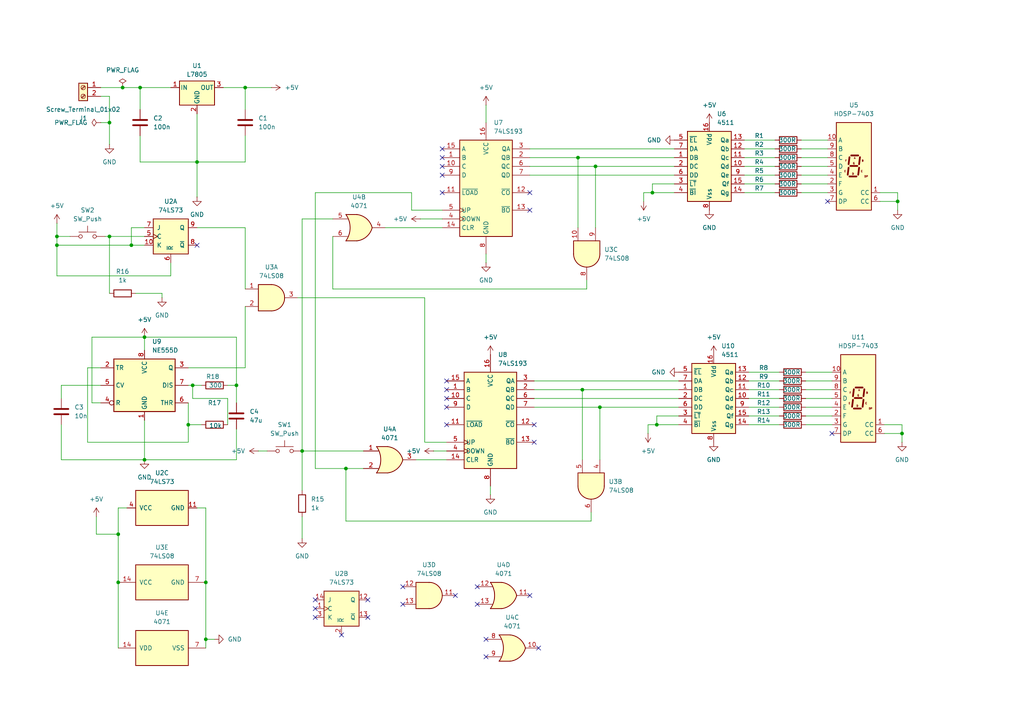
<source format=kicad_sch>
(kicad_sch (version 20231120) (generator "eeschema") (generator_version "8.0")
  (paper "A4")
  (title_block (title " CRONOMETRU DIGITAL"))
  (lib_symbols
    (symbol "4xxx:4071" (pin_names (offset 1.016))
      (property "Reference" "U" (at 0 1.27 0))
      (property "Value" "4071" (at 0 -1.27 0))
      (symbol "4071_1_1"
        (pin input line (at -7.62 2.54 0) (length 4.318) (name "~") (number "1"))
        (pin input line (at -7.62 -2.54 0) (length 4.318) (name "~") (number "2"))
        (pin output line (at 7.62 0 180) (length 3.81) (name "~") (number "3"))
      )
      (symbol "4071_1_2"
        (pin input inverted (at -7.62 2.54 0) (length 3.81) (name "~") (number "1"))
        (pin input inverted (at -7.62 -2.54 0) (length 3.81) (name "~") (number "2"))
        (pin output inverted (at 7.62 0 180) (length 3.81) (name "~") (number "3"))
      )
      (symbol "4071_2_1"
        (pin output line (at 7.62 0 180) (length 3.81) (name "~") (number "4"))
        (pin input line (at -7.62 2.54 0) (length 4.318) (name "~") (number "5"))
        (pin input line (at -7.62 -2.54 0) (length 4.318) (name "~") (number "6"))
      )
      (symbol "4071_2_2"
        (pin output inverted (at 7.62 0 180) (length 3.81) (name "~") (number "4"))
        (pin input inverted (at -7.62 2.54 0) (length 3.81) (name "~") (number "5"))
        (pin input inverted (at -7.62 -2.54 0) (length 3.81) (name "~") (number "6"))
      )
      (symbol "4071_3_1"
        (pin output line (at 7.62 0 180) (length 3.81) (name "~") (number "10"))
        (pin input line (at -7.62 2.54 0) (length 4.318) (name "~") (number "8"))
        (pin input line (at -7.62 -2.54 0) (length 4.318) (name "~") (number "9"))
      )
      (symbol "4071_3_2"
        (pin output inverted (at 7.62 0 180) (length 3.81) (name "~") (number "10"))
        (pin input inverted (at -7.62 2.54 0) (length 3.81) (name "~") (number "8"))
        (pin input inverted (at -7.62 -2.54 0) (length 3.81) (name "~") (number "9"))
      )
      (symbol "4071_4_1"
        (pin output line (at 7.62 0 180) (length 3.81) (name "~") (number "11"))
        (pin input line (at -7.62 2.54 0) (length 4.318) (name "~") (number "12"))
        (pin input line (at -7.62 -2.54 0) (length 4.318) (name "~") (number "13"))
      )
      (symbol "4071_4_2"
        (pin output inverted (at 7.62 0 180) (length 3.81) (name "~") (number "11"))
        (pin input inverted (at -7.62 2.54 0) (length 3.81) (name "~") (number "12"))
        (pin input inverted (at -7.62 -2.54 0) (length 3.81) (name "~") (number "13"))
      )
      (symbol "4071_5_0"
        (pin power_in line (at 0 12.7 270) (length 5.08) (name "VDD") (number "14"))
        (pin power_in line (at 0 -12.7 90) (length 5.08) (name "VSS") (number "7"))
      )
    )
    (symbol "4xxx_IEEE:4511"
      (property "Reference" "U" (at 8.89 11.43 0))
      (property "Value" "4511" (at 8.89 -11.43 0))
      (symbol "4511_1_1"
        (pin input line (at -10.16 2.54 0) (length 3.81) (name "DB") (number "1"))
        (pin output line (at 10.16 0 180) (length 3.81) (name "Qd") (number "10"))
        (pin output line (at 10.16 2.54 180) (length 3.81) (name "Qc") (number "11"))
        (pin output line (at 10.16 5.08 180) (length 3.81) (name "Qb") (number "12"))
        (pin output line (at 10.16 7.62 180) (length 3.81) (name "Qa") (number "13"))
        (pin output line (at 10.16 -7.62 180) (length 3.81) (name "Qg") (number "14"))
        (pin output line (at 10.16 -5.08 180) (length 3.81) (name "Qf") (number "15"))
        (pin power_in line (at 0 12.7 270) (length 2.54) (name "Vdd") (number "16"))
        (pin input line (at -10.16 0 0) (length 3.81) (name "DC") (number "2"))
        (pin input line (at -10.16 -5.08 0) (length 3.81) (name "~{LT}") (number "3"))
        (pin input line (at -10.16 -7.62 0) (length 3.81) (name "~{BI}") (number "4"))
        (pin input line (at -10.16 7.62 0) (length 3.81) (name "~{EL}") (number "5"))
        (pin input line (at -10.16 -2.54 0) (length 3.81) (name "DD") (number "6"))
        (pin input line (at -10.16 5.08 0) (length 3.81) (name "DA") (number "7"))
        (pin power_in line (at 0 -12.7 90) (length 2.54) (name "Vss") (number "8"))
        (pin output line (at 10.16 -2.54 180) (length 3.81) (name "Qe") (number "9"))
      )
    )
    (symbol "74xx:74LS08" (pin_names (offset 1.016))
      (property "Reference" "U" (at 0 1.27 0))
      (property "Value" "74LS08" (at 0 -1.27 0))
      (symbol "74LS08_1_1"
        (pin input line (at -7.62 2.54 0) (length 3.81) (name "~") (number "1"))
        (pin input line (at -7.62 -2.54 0) (length 3.81) (name "~") (number "2"))
        (pin output line (at 7.62 0 180) (length 3.81) (name "~") (number "3"))
      )
      (symbol "74LS08_1_2"
        (pin input inverted (at -7.62 2.54 0) (length 4.318) (name "~") (number "1"))
        (pin input inverted (at -7.62 -2.54 0) (length 4.318) (name "~") (number "2"))
        (pin output inverted (at 7.62 0 180) (length 3.81) (name "~") (number "3"))
      )
      (symbol "74LS08_2_1"
        (pin input line (at -7.62 2.54 0) (length 3.81) (name "~") (number "4"))
        (pin input line (at -7.62 -2.54 0) (length 3.81) (name "~") (number "5"))
        (pin output line (at 7.62 0 180) (length 3.81) (name "~") (number "6"))
      )
      (symbol "74LS08_2_2"
        (pin input inverted (at -7.62 2.54 0) (length 4.318) (name "~") (number "4"))
        (pin input inverted (at -7.62 -2.54 0) (length 4.318) (name "~") (number "5"))
        (pin output inverted (at 7.62 0 180) (length 3.81) (name "~") (number "6"))
      )
      (symbol "74LS08_3_1"
        (pin input line (at -7.62 -2.54 0) (length 3.81) (name "~") (number "10"))
        (pin output line (at 7.62 0 180) (length 3.81) (name "~") (number "8"))
        (pin input line (at -7.62 2.54 0) (length 3.81) (name "~") (number "9"))
      )
      (symbol "74LS08_3_2"
        (pin input inverted (at -7.62 -2.54 0) (length 4.318) (name "~") (number "10"))
        (pin output inverted (at 7.62 0 180) (length 3.81) (name "~") (number "8"))
        (pin input inverted (at -7.62 2.54 0) (length 4.318) (name "~") (number "9"))
      )
      (symbol "74LS08_4_1"
        (pin output line (at 7.62 0 180) (length 3.81) (name "~") (number "11"))
        (pin input line (at -7.62 2.54 0) (length 3.81) (name "~") (number "12"))
        (pin input line (at -7.62 -2.54 0) (length 3.81) (name "~") (number "13"))
      )
      (symbol "74LS08_4_2"
        (pin output inverted (at 7.62 0 180) (length 3.81) (name "~") (number "11"))
        (pin input inverted (at -7.62 2.54 0) (length 4.318) (name "~") (number "12"))
        (pin input inverted (at -7.62 -2.54 0) (length 4.318) (name "~") (number "13"))
      )
      (symbol "74LS08_5_0"
        (pin power_in line (at 0 12.7 270) (length 5.08) (name "VCC") (number "14"))
        (pin power_in line (at 0 -12.7 90) (length 5.08) (name "GND") (number "7"))
      )
    )
    (symbol "74xx:74LS193"
      (property "Reference" "U" (at -7.62 13.97 0))
      (property "Value" "74LS193" (at 5.08 13.97 0))
      (symbol "74LS193_1_0"
        (pin input line (at -12.7 7.62 0) (length 5.08) (name "B") (number "1"))
        (pin input line (at -12.7 5.08 0) (length 5.08) (name "C") (number "10"))
        (pin input line (at -12.7 -2.54 0) (length 5.08) (name "~{LOAD}") (number "11"))
        (pin output line (at 12.7 -2.54 180) (length 5.08) (name "~{CO}") (number "12"))
        (pin output line (at 12.7 -7.62 180) (length 5.08) (name "~{BO}") (number "13"))
        (pin input line (at -12.7 -12.7 0) (length 5.08) (name "CLR") (number "14"))
        (pin input line (at -12.7 10.16 0) (length 5.08) (name "A") (number "15"))
        (pin power_in line (at 0 17.78 270) (length 5.08) (name "VCC") (number "16"))
        (pin output line (at 12.7 7.62 180) (length 5.08) (name "QB") (number "2"))
        (pin output line (at 12.7 10.16 180) (length 5.08) (name "QA") (number "3"))
        (pin input clock (at -12.7 -10.16 0) (length 5.08) (name "DOWN") (number "4"))
        (pin input clock (at -12.7 -7.62 0) (length 5.08) (name "UP") (number "5"))
        (pin output line (at 12.7 5.08 180) (length 5.08) (name "QC") (number "6"))
        (pin output line (at 12.7 2.54 180) (length 5.08) (name "QD") (number "7"))
        (pin power_in line (at 0 -20.32 90) (length 5.08) (name "GND") (number "8"))
        (pin input line (at -12.7 2.54 0) (length 5.08) (name "D") (number "9"))
      )
    )
    (symbol "74xx:74LS73" (pin_names (offset 1.016))
      (property "Reference" "U" (at -7.62 8.89 0))
      (property "Value" "74LS73" (at -7.62 -8.89 0))
      (symbol "74LS73_1_0"
        (pin input line (at -7.62 -2.54 0) (length 2.54) (name "K") (number "10"))
        (pin input clock (at -7.62 0 0) (length 2.54) (name "C") (number "5"))
        (pin input line (at 0 -7.62 90) (length 2.54) (name "~{R}") (number "6"))
        (pin input line (at -7.62 2.54 0) (length 2.54) (name "J") (number "7"))
        (pin output line (at 7.62 -2.54 180) (length 2.54) (name "~{Q}") (number "8"))
        (pin output line (at 7.62 2.54 180) (length 2.54) (name "Q") (number "9"))
      )
      (symbol "74LS73_2_0"
        (pin input clock (at -7.62 0 0) (length 2.54) (name "C") (number "1"))
        (pin output line (at 7.62 2.54 180) (length 2.54) (name "Q") (number "12"))
        (pin output line (at 7.62 -2.54 180) (length 2.54) (name "~{Q}") (number "13"))
        (pin input line (at -7.62 2.54 0) (length 2.54) (name "J") (number "14"))
        (pin input line (at 0 -7.62 90) (length 2.54) (name "~{R}") (number "2"))
        (pin input line (at -7.62 -2.54 0) (length 2.54) (name "K") (number "3"))
      )
      (symbol "74LS73_3_0"
        (pin power_in line (at 0 -10.16 90) (length 2.54) (name "GND") (number "11"))
        (pin power_in line (at 0 10.16 270) (length 2.54) (name "VCC") (number "4"))
      )
    )
    (symbol "Connector:Screw_Terminal_01x02" (pin_names (offset 1.016) hide)
      (property "Reference" "J" (at 0 2.54 0))
      (property "Value" "Screw_Terminal_01x02" (at 0 -5.08 0))
      (symbol "Screw_Terminal_01x02_1_1"
        (pin passive line (at -5.08 0 0) (length 3.81) (name "Pin_1") (number "1"))
        (pin passive line (at -5.08 -2.54 0) (length 3.81) (name "Pin_2") (number "2"))
      )
    )
    (symbol "Device:C" (pin_numbers hide) (pin_names (offset 0.254))
      (property "Reference" "C" (at 0.635 2.54 0))
      (property "Value" "C" (at 0.635 -2.54 0))
      (symbol "C_1_1"
        (pin passive line (at 0 3.81 270) (length 2.794) (name "~") (number "1"))
        (pin passive line (at 0 -3.81 90) (length 2.794) (name "~") (number "2"))
      )
    )
    (symbol "Device:R" (pin_numbers hide) (pin_names (offset 0))
      (property "Reference" "R" (at 2.032 0 90))
      (property "Value" "R" (at 0 0 90))
      (symbol "R_1_1"
        (pin passive line (at 0 3.81 270) (length 1.27) (name "~") (number "1"))
        (pin passive line (at 0 -3.81 90) (length 1.27) (name "~") (number "2"))
      )
    )
    (symbol "Display_Character:HDSP-7403"
      (property "Reference" "U" (at -3.81 13.97 0))
      (property "Value" "HDSP-7403" (at 6.35 13.97 0))
      (symbol "HDSP-7403_1_0"
        (text "A" (at 0.254 2.413 0) (effects (font (size 0.508 0.508))))
        (text "B" (at 2.54 1.651 0) (effects (font (size 0.508 0.508))))
        (text "C" (at 2.286 -1.397 0) (effects (font (size 0.508 0.508))))
        (text "D" (at -0.254 -2.159 0) (effects (font (size 0.508 0.508))))
        (text "DP" (at 3.556 -2.921 0) (effects (font (size 0.508 0.508))))
        (text "E" (at -2.54 -1.397 0) (effects (font (size 0.508 0.508))))
        (text "F" (at -2.286 1.651 0) (effects (font (size 0.508 0.508))))
        (text "G" (at 0 0.889 0) (effects (font (size 0.508 0.508))))
      )
      (symbol "HDSP-7403_1_1"
        (pin input line (at 7.62 -7.62 180) (length 2.54) (name "CC") (number "1"))
        (pin input line (at -7.62 7.62 0) (length 2.54) (name "A") (number "10"))
        (pin input line (at -7.62 -5.08 0) (length 2.54) (name "F") (number "2"))
        (pin input line (at -7.62 -7.62 0) (length 2.54) (name "G") (number "3"))
        (pin input line (at -7.62 -2.54 0) (length 2.54) (name "E") (number "4"))
        (pin input line (at -7.62 0 0) (length 2.54) (name "D") (number "5"))
        (pin input line (at 7.62 -10.16 180) (length 2.54) (name "CC") (number "6"))
        (pin input line (at -7.62 -10.16 0) (length 2.54) (name "DP") (number "7"))
        (pin input line (at -7.62 2.54 0) (length 2.54) (name "C") (number "8"))
        (pin input line (at -7.62 5.08 0) (length 2.54) (name "B") (number "9"))
      )
    )
    (symbol "Regulator_Linear:L7805" (pin_names (offset 0.254))
      (property "Reference" "U" (at -3.81 3.175 0))
      (property "Value" "L7805" (at 0 3.175 0))
      (symbol "L7805_1_1"
        (pin power_in line (at -7.62 0 0) (length 2.54) (name "IN") (number "1"))
        (pin power_in line (at 0 -7.62 90) (length 2.54) (name "GND") (number "2"))
        (pin power_out line (at 7.62 0 180) (length 2.54) (name "OUT") (number "3"))
      )
    )
    (symbol "Switch:SW_Push" (pin_numbers hide) (pin_names (offset 1.016) hide)
      (property "Reference" "SW" (at 1.27 2.54 0))
      (property "Value" "SW_Push" (at 0 -1.524 0))
      (symbol "SW_Push_0_1"
        (pin passive line (at -5.08 0 0) (length 2.54) (name "1") (number "1"))
        (pin passive line (at 5.08 0 180) (length 2.54) (name "2") (number "2"))
      )
    )
    (symbol "Timer:NE555D"
      (property "Reference" "U" (at -10.16 8.89 0))
      (property "Value" "NE555D" (at 2.54 8.89 0))
      (symbol "NE555D_0_0"
        (pin power_in line (at 0 -10.16 90) (length 2.54) (name "GND") (number "1"))
        (pin power_in line (at 0 10.16 270) (length 2.54) (name "VCC") (number "8"))
      )
      (symbol "NE555D_1_1"
        (pin input line (at -12.7 5.08 0) (length 3.81) (name "TR") (number "2"))
        (pin output line (at 12.7 5.08 180) (length 3.81) (name "Q") (number "3"))
        (pin input inverted (at -12.7 -5.08 0) (length 3.81) (name "R") (number "4"))
        (pin input line (at -12.7 0 0) (length 3.81) (name "CV") (number "5"))
        (pin input line (at 12.7 -5.08 180) (length 3.81) (name "THR") (number "6"))
        (pin input line (at 12.7 0 180) (length 3.81) (name "DIS") (number "7"))
      )
    )
    (symbol "power:+5V" (power) (pin_numbers hide) (pin_names (offset 0) hide)
      (property "Value" "+5V" (at 0 3.556 0))
      (symbol "+5V_1_1"
        (pin power_in line (at 0 0 90) (length 0) (name "~") (number "1"))
      )
    )
    (symbol "power:GND" (power) (pin_numbers hide) (pin_names (offset 0) hide)
      (property "Value" "GND" (at 0 -3.81 0))
      (symbol "GND_1_1"
        (pin power_in line (at 0 0 270) (length 0) (name "~") (number "1"))
      )
    )
    (symbol "power:PWR_FLAG" (power) (pin_numbers hide) (pin_names (offset 0) hide)
      (property "Value" "PWR_FLAG" (at 0 3.81 0))
      (symbol "PWR_FLAG_0_0"
        (pin power_out line (at 0 0 90) (length 0) (name "~") (number "1"))
      )
    )
  )
  (junction (at 68.58 111.76))
  (junction (at 40.64 25.4))
  (junction (at 55.88 111.76))
  (junction (at 54.61 123.19))
  (junction (at 16.51 71.12))
  (junction (at 34.29 154.94))
  (junction (at 261.62 125.73))
  (junction (at 35.56 25.4))
  (junction (at 260.35 58.42))
  (junction (at 189.23 55.88))
  (junction (at 172.72 48.26))
  (junction (at 57.15 46.99))
  (junction (at 16.51 68.58))
  (junction (at 173.99 118.11))
  (junction (at 71.12 25.4))
  (junction (at 168.91 113.03))
  (junction (at 38.1 71.12))
  (junction (at 41.91 97.79))
  (junction (at 190.5 123.19))
  (junction (at 87.63 130.81))
  (junction (at 167.64 45.72))
  (junction (at 59.69 185.42))
  (junction (at 59.69 168.91))
  (junction (at 100.33 135.89))
  (junction (at 34.29 168.91))
  (junction (at 31.75 35.56))
  (junction (at 41.91 133.35))
  (junction (at 31.75 68.58))
  (no_connect (at 91.44 179.07))
  (no_connect (at 154.94 123.19))
  (no_connect (at 241.3 125.73))
  (no_connect (at 129.54 118.11))
  (no_connect (at 106.68 179.07))
  (no_connect (at 138.43 175.26))
  (no_connect (at 128.27 55.88))
  (no_connect (at 156.21 187.96))
  (no_connect (at 129.54 110.49))
  (no_connect (at 99.06 184.15))
  (no_connect (at 116.84 175.26))
  (no_connect (at 106.68 173.99))
  (no_connect (at 128.27 50.8))
  (no_connect (at 140.97 185.42))
  (no_connect (at 138.43 170.18))
  (no_connect (at 57.15 71.12))
  (no_connect (at 129.54 113.03))
  (no_connect (at 129.54 115.57))
  (no_connect (at 153.67 60.96))
  (no_connect (at 128.27 43.18))
  (no_connect (at 240.03 58.42))
  (no_connect (at 153.67 55.88))
  (no_connect (at 153.67 172.72))
  (no_connect (at 128.27 45.72))
  (no_connect (at 154.94 128.27))
  (no_connect (at 129.54 123.19))
  (no_connect (at 91.44 173.99))
  (no_connect (at 132.08 172.72))
  (no_connect (at 91.44 176.53))
  (no_connect (at 128.27 48.26))
  (no_connect (at 116.84 170.18))
  (no_connect (at 140.97 190.5))
  (wire (pts (xy 190.5 123.19) (xy 187.96 123.19)))
  (wire (pts (xy 215.9 45.72) (xy 224.79 45.72)))
  (wire (pts (xy 105.41 135.89) (xy 100.33 135.89)))
  (wire (pts (xy 233.68 110.49) (xy 241.3 110.49)))
  (wire (pts (xy 123.19 128.27) (xy 129.54 128.27)))
  (wire (pts (xy 49.53 80.01) (xy 49.53 76.2)))
  (wire (pts (xy 41.91 133.35) (xy 68.58 133.35)))
  (wire (pts (xy 16.51 68.58) (xy 20.32 68.58)))
  (wire (pts (xy 91.44 135.89) (xy 91.44 55.88)))
  (wire (pts (xy 64.77 25.4) (xy 71.12 25.4)))
  (wire (pts (xy 153.67 48.26) (xy 172.72 48.26)))
  (wire (pts (xy 31.75 35.56) (xy 31.75 41.91)))
  (wire (pts (xy 91.44 55.88) (xy 119.38 55.88)))
  (wire (pts (xy 153.67 50.8) (xy 195.58 50.8)))
  (wire (pts (xy 170.18 83.82) (xy 170.18 81.28)))
  (wire (pts (xy 96.52 68.58) (xy 96.52 83.82)))
  (wire (pts (xy 140.97 35.56) (xy 140.97 30.48)))
  (wire (pts (xy 233.68 120.65) (xy 241.3 120.65)))
  (wire (pts (xy 190.5 123.19) (xy 190.5 120.65)))
  (wire (pts (xy 120.65 133.35) (xy 129.54 133.35)))
  (wire (pts (xy 35.56 25.4) (xy 40.64 25.4)))
  (wire (pts (xy 173.99 118.11) (xy 196.85 118.11)))
  (wire (pts (xy 168.91 113.03) (xy 168.91 133.35)))
  (wire (pts (xy 215.9 50.8) (xy 224.79 50.8)))
  (wire (pts (xy 40.64 46.99) (xy 40.64 39.37)))
  (wire (pts (xy 87.63 63.5) (xy 96.52 63.5)))
  (wire (pts (xy 125.73 130.81) (xy 129.54 130.81)))
  (wire (pts (xy 189.23 55.88) (xy 186.69 55.88)))
  (wire (pts (xy 154.94 110.49) (xy 196.85 110.49)))
  (wire (pts (xy 57.15 147.32) (xy 59.69 147.32)))
  (wire (pts (xy 59.69 185.42) (xy 62.23 185.42)))
  (wire (pts (xy 232.41 53.34) (xy 240.03 53.34)))
  (wire (pts (xy 40.64 46.99) (xy 57.15 46.99)))
  (wire (pts (xy 25.4 106.68) (xy 29.21 106.68)))
  (wire (pts (xy 87.63 130.81) (xy 105.41 130.81)))
  (wire (pts (xy 29.21 35.56) (xy 31.75 35.56)))
  (wire (pts (xy 34.29 147.32) (xy 36.83 147.32)))
  (wire (pts (xy 167.64 45.72) (xy 195.58 45.72)))
  (wire (pts (xy 173.99 118.11) (xy 173.99 133.35)))
  (wire (pts (xy 153.67 45.72) (xy 167.64 45.72)))
  (wire (pts (xy 71.12 106.68) (xy 71.12 88.9)))
  (wire (pts (xy 140.97 73.66) (xy 140.97 76.2)))
  (wire (pts (xy 17.78 123.19) (xy 17.78 133.35)))
  (wire (pts (xy 57.15 46.99) (xy 71.12 46.99)))
  (wire (pts (xy 71.12 25.4) (xy 78.74 25.4)))
  (wire (pts (xy 55.88 111.76) (xy 58.42 111.76)))
  (wire (pts (xy 54.61 111.76) (xy 55.88 111.76)))
  (wire (pts (xy 154.94 115.57) (xy 196.85 115.57)))
  (wire (pts (xy 16.51 71.12) (xy 38.1 71.12)))
  (wire (pts (xy 215.9 48.26) (xy 224.79 48.26)))
  (wire (pts (xy 40.64 25.4) (xy 49.53 25.4)))
  (wire (pts (xy 57.15 46.99) (xy 57.15 57.15)))
  (wire (pts (xy 260.35 58.42) (xy 260.35 60.96)))
  (wire (pts (xy 17.78 111.76) (xy 29.21 111.76)))
  (wire (pts (xy 217.17 113.03) (xy 226.06 113.03)))
  (wire (pts (xy 87.63 130.81) (xy 87.63 142.24)))
  (wire (pts (xy 217.17 115.57) (xy 226.06 115.57)))
  (wire (pts (xy 167.64 45.72) (xy 167.64 66.04)))
  (wire (pts (xy 172.72 48.26) (xy 172.72 66.04)))
  (wire (pts (xy 16.51 64.77) (xy 16.51 68.58)))
  (wire (pts (xy 40.64 31.75) (xy 40.64 25.4)))
  (wire (pts (xy 27.94 154.94) (xy 34.29 154.94)))
  (wire (pts (xy 54.61 106.68) (xy 71.12 106.68)))
  (wire (pts (xy 171.45 151.13) (xy 171.45 148.59)))
  (wire (pts (xy 232.41 40.64) (xy 240.03 40.64)))
  (wire (pts (xy 261.62 125.73) (xy 261.62 128.27)))
  (wire (pts (xy 34.29 154.94) (xy 34.29 147.32)))
  (wire (pts (xy 66.04 115.57) (xy 55.88 115.57)))
  (wire (pts (xy 261.62 123.19) (xy 261.62 125.73)))
  (wire (pts (xy 119.38 60.96) (xy 128.27 60.96)))
  (wire (pts (xy 16.51 68.58) (xy 16.51 71.12)))
  (wire (pts (xy 16.51 80.01) (xy 49.53 80.01)))
  (wire (pts (xy 57.15 66.04) (xy 71.12 66.04)))
  (wire (pts (xy 71.12 25.4) (xy 71.12 31.75)))
  (wire (pts (xy 232.41 55.88) (xy 240.03 55.88)))
  (wire (pts (xy 39.37 85.09) (xy 46.99 85.09)))
  (wire (pts (xy 74.93 130.81) (xy 77.47 130.81)))
  (wire (pts (xy 232.41 48.26) (xy 240.03 48.26)))
  (wire (pts (xy 59.69 147.32) (xy 59.69 168.91)))
  (wire (pts (xy 232.41 43.18) (xy 240.03 43.18)))
  (wire (pts (xy 29.21 116.84) (xy 26.67 116.84)))
  (wire (pts (xy 59.69 168.91) (xy 59.69 185.42)))
  (wire (pts (xy 66.04 123.19) (xy 66.04 115.57)))
  (wire (pts (xy 233.68 115.57) (xy 241.3 115.57)))
  (wire (pts (xy 31.75 68.58) (xy 41.91 68.58)))
  (wire (pts (xy 16.51 71.12) (xy 16.51 80.01)))
  (wire (pts (xy 255.27 55.88) (xy 260.35 55.88)))
  (wire (pts (xy 55.88 115.57) (xy 55.88 111.76)))
  (wire (pts (xy 189.23 55.88) (xy 189.23 53.34)))
  (wire (pts (xy 54.61 128.27) (xy 25.4 128.27)))
  (wire (pts (xy 57.15 33.02) (xy 57.15 46.99)))
  (wire (pts (xy 233.68 118.11) (xy 241.3 118.11)))
  (wire (pts (xy 38.1 71.12) (xy 41.91 71.12)))
  (wire (pts (xy 17.78 111.76) (xy 17.78 115.57)))
  (wire (pts (xy 86.36 86.36) (xy 123.19 86.36)))
  (wire (pts (xy 171.45 151.13) (xy 100.33 151.13)))
  (wire (pts (xy 260.35 55.88) (xy 260.35 58.42)))
  (wire (pts (xy 195.58 55.88) (xy 189.23 55.88)))
  (wire (pts (xy 27.94 149.86) (xy 27.94 154.94)))
  (wire (pts (xy 96.52 83.82) (xy 170.18 83.82)))
  (wire (pts (xy 123.19 86.36) (xy 123.19 128.27)))
  (wire (pts (xy 187.96 123.19) (xy 187.96 125.73)))
  (wire (pts (xy 68.58 97.79) (xy 41.91 97.79)))
  (wire (pts (xy 87.63 63.5) (xy 87.63 130.81)))
  (wire (pts (xy 46.99 85.09) (xy 46.99 86.36)))
  (wire (pts (xy 233.68 107.95) (xy 241.3 107.95)))
  (wire (pts (xy 31.75 35.56) (xy 31.75 27.94)))
  (wire (pts (xy 54.61 123.19) (xy 54.61 128.27)))
  (wire (pts (xy 215.9 53.34) (xy 224.79 53.34)))
  (wire (pts (xy 34.29 168.91) (xy 34.29 187.96)))
  (wire (pts (xy 217.17 120.65) (xy 226.06 120.65)))
  (wire (pts (xy 41.91 97.79) (xy 41.91 101.6)))
  (wire (pts (xy 31.75 68.58) (xy 31.75 85.09)))
  (wire (pts (xy 59.69 185.42) (xy 59.69 187.96)))
  (wire (pts (xy 256.54 125.73) (xy 261.62 125.73)))
  (wire (pts (xy 217.17 118.11) (xy 226.06 118.11)))
  (wire (pts (xy 189.23 53.34) (xy 195.58 53.34)))
  (wire (pts (xy 217.17 107.95) (xy 226.06 107.95)))
  (wire (pts (xy 38.1 66.04) (xy 41.91 66.04)))
  (wire (pts (xy 68.58 133.35) (xy 68.58 124.46)))
  (wire (pts (xy 217.17 110.49) (xy 226.06 110.49)))
  (wire (pts (xy 233.68 113.03) (xy 241.3 113.03)))
  (wire (pts (xy 233.68 123.19) (xy 241.3 123.19)))
  (wire (pts (xy 119.38 55.88) (xy 119.38 60.96)))
  (wire (pts (xy 154.94 113.03) (xy 168.91 113.03)))
  (wire (pts (xy 17.78 133.35) (xy 41.91 133.35)))
  (wire (pts (xy 215.9 43.18) (xy 224.79 43.18)))
  (wire (pts (xy 26.67 97.79) (xy 41.91 97.79)))
  (wire (pts (xy 168.91 113.03) (xy 196.85 113.03)))
  (wire (pts (xy 29.21 25.4) (xy 35.56 25.4)))
  (wire (pts (xy 26.67 116.84) (xy 26.67 97.79)))
  (wire (pts (xy 71.12 46.99) (xy 71.12 39.37)))
  (wire (pts (xy 41.91 121.92) (xy 41.91 133.35)))
  (wire (pts (xy 100.33 151.13) (xy 100.33 135.89)))
  (wire (pts (xy 30.48 68.58) (xy 31.75 68.58)))
  (wire (pts (xy 111.76 66.04) (xy 128.27 66.04)))
  (wire (pts (xy 153.67 43.18) (xy 195.58 43.18)))
  (wire (pts (xy 68.58 111.76) (xy 68.58 97.79)))
  (wire (pts (xy 217.17 123.19) (xy 226.06 123.19)))
  (wire (pts (xy 68.58 116.84) (xy 68.58 111.76)))
  (wire (pts (xy 215.9 40.64) (xy 224.79 40.64)))
  (wire (pts (xy 25.4 128.27) (xy 25.4 106.68)))
  (wire (pts (xy 255.27 58.42) (xy 260.35 58.42)))
  (wire (pts (xy 31.75 27.94) (xy 29.21 27.94)))
  (wire (pts (xy 142.24 140.97) (xy 142.24 143.51)))
  (wire (pts (xy 100.33 135.89) (xy 91.44 135.89)))
  (wire (pts (xy 38.1 71.12) (xy 38.1 66.04)))
  (wire (pts (xy 121.92 63.5) (xy 128.27 63.5)))
  (wire (pts (xy 190.5 120.65) (xy 196.85 120.65)))
  (wire (pts (xy 34.29 168.91) (xy 34.29 154.94)))
  (wire (pts (xy 196.85 123.19) (xy 190.5 123.19)))
  (wire (pts (xy 186.69 55.88) (xy 186.69 58.42)))
  (wire (pts (xy 87.63 156.21) (xy 87.63 149.86)))
  (wire (pts (xy 232.41 50.8) (xy 240.03 50.8)))
  (wire (pts (xy 256.54 123.19) (xy 261.62 123.19)))
  (wire (pts (xy 154.94 118.11) (xy 173.99 118.11)))
  (wire (pts (xy 215.9 55.88) (xy 224.79 55.88)))
  (wire (pts (xy 172.72 48.26) (xy 195.58 48.26)))
  (wire (pts (xy 66.04 111.76) (xy 68.58 111.76)))
  (wire (pts (xy 71.12 66.04) (xy 71.12 83.82)))
  (wire (pts (xy 54.61 123.19) (xy 58.42 123.19)))
  (wire (pts (xy 54.61 116.84) (xy 54.61 123.19)))
  (wire (pts (xy 232.41 45.72) (xy 240.03 45.72)))
  (symbol (lib_id "power:GND") (at 31.75 41.91 0) (unit 1)
    (property "Reference" "#PWR01" (effects (hide yes)))
    (property "Value" "GND" (at 31.75 46.99 0))
    (property "Description" "Power symbol creates a global label with name \"GND\" , ground" (effects (hide yes)))
  )
  (symbol (lib_id "Display_Character:HDSP-7403") (at 247.65 48.26 0) (unit 1)
    (property "Reference" "U5" (at 247.65 30.48 0))
    (property "Value" "HDSP-7403" (at 247.65 33.02 0))
    (property "Footprint" "Display_7Segment:HDSP-7401" (effects (hide yes)))
    (property "Datasheet" "https://docs.broadcom.com/docs/AV02-2553EN" (effects (hide yes)))
    (property "Description" "One digit 7 segment yellow, common cathode" (effects (hide yes)))
  )
  (symbol (lib_id "power:+5V") (at 187.96 125.73 180) (unit 1)
    (property "Reference" "#PWR014" (effects (hide yes)))
    (property "Value" "+5V" (at 187.96 130.81 0))
    (property "Description" "Power symbol creates a global label with name \"+5V\"" (effects (hide yes)))
  )
  (symbol (lib_id "74xx:74LS73") (at 46.99 147.32 90) (unit 3)
    (property "Reference" "U2" (at 46.99 137.16 90))
    (property "Value" "74LS73" (at 46.99 139.7 90))
    (property "Footprint" "Package_DIP:DIP-14_W7.62mm" (effects (hide yes)))
    (property "Datasheet" "http://www.ti.com/lit/gpn/sn74LS73" (effects (hide yes)))
    (property "Description" "Dual JK Flip-Flop, reset" (effects (hide yes)))
  )
  (symbol (lib_id "74xx:74LS08") (at 46.99 168.91 90) (unit 5)
    (property "Reference" "U3" (at 46.99 158.75 90))
    (property "Value" "74LS08" (at 46.99 161.29 90))
    (property "Footprint" "Package_DIP:DIP-14_W7.62mm" (effects (hide yes)))
    (property "Datasheet" "http://www.ti.com/lit/gpn/sn74LS08" (effects (hide yes)))
    (property "Description" "Quad And2" (effects (hide yes)))
  )
  (symbol (lib_id "Device:C") (at 71.12 35.56 0) (unit 1)
    (property "Reference" "C1" (at 74.93 34.2899 0) (effects (justify left)))
    (property "Value" "100n" (at 74.93 36.8299 0) (effects (justify left)))
    (property "Footprint" "Capacitor_THT:C_Disc_D3.0mm_W2.0mm_P2.50mm" (effects (hide yes)))
    (property "Description" "Unpolarized capacitor" (effects (hide yes)))
  )
  (symbol (lib_id "power:GND") (at 207.01 128.27 0) (unit 1)
    (property "Reference" "#PWR016" (effects (hide yes)))
    (property "Value" "GND" (at 207.01 133.35 0))
    (property "Description" "Power symbol creates a global label with name \"GND\" , ground" (effects (hide yes)))
  )
  (symbol (lib_id "Device:C") (at 68.58 120.65 180) (unit 1)
    (property "Reference" "C4" (at 72.39 119.3799 0) (effects (justify right)))
    (property "Value" "47u" (at 72.39 121.9199 0) (effects (justify right)))
    (property "Footprint" "Capacitor_THT:C_Radial_D5.0mm_H11.0mm_P2.00mm" (effects (hide yes)))
    (property "Description" "Unpolarized capacitor" (effects (hide yes)))
  )
  (symbol (lib_id "Timer:NE555D") (at 41.91 111.76 0) (unit 1)
    (property "Reference" "U9" (at 44.1041 99.06 0) (effects (justify left)))
    (property "Value" "NE555D" (at 44.1041 101.6 0) (effects (justify left)))
    (property "Footprint" "Package_DIP:DIP-8_W7.62mm" (effects (hide yes)))
    (property "Datasheet" "http://www.ti.com/lit/ds/symlink/ne555.pdf" (effects (hide yes)))
    (property "Description" "Precision Timers, 555 compatible, SOIC-8" (effects (hide yes)))
  )
  (symbol (lib_id "4xxx:4071") (at 104.14 66.04 0) (unit 2)
    (property "Reference" "U4" (at 104.14 57.15 0))
    (property "Value" "4071" (at 104.14 59.69 0))
    (property "Footprint" "Package_DIP:DIP-14_W7.62mm" (effects (hide yes)))
    (property "Datasheet" "http://www.intersil.com/content/dam/Intersil/documents/cd40/cd4071bms-72bms-75bms.pdf" (effects (hide yes)))
    (property "Description" "Quad Or 2 inputs" (effects (hide yes)))
  )
  (symbol (lib_id "Device:C") (at 40.64 35.56 0) (unit 1)
    (property "Reference" "C2" (at 44.45 34.2899 0) (effects (justify left)))
    (property "Value" "100n" (at 44.45 36.8299 0) (effects (justify left)))
    (property "Footprint" "Capacitor_THT:C_Disc_D3.0mm_W2.0mm_P2.50mm" (effects (hide yes)))
    (property "Description" "Unpolarized capacitor" (effects (hide yes)))
  )
  (symbol (lib_id "power:+5V") (at 74.93 130.81 90) (unit 1)
    (property "Reference" "#PWR019" (effects (hide yes)))
    (property "Value" "+5V" (at 71.12 130.8099 90) (effects (justify left)))
    (property "Description" "Power symbol creates a global label with name \"+5V\"" (effects (hide yes)))
  )
  (symbol (lib_id "Device:R") (at 228.6 55.88 90) (unit 1)
    (property "Reference" "R7" (at 220.218 54.61 90))
    (property "Value" "300R" (at 228.346 55.88 90))
    (property "Footprint" "Resistor_THT:R_Axial_DIN0204_L3.6mm_D1.6mm_P5.08mm_Horizontal" (effects (hide yes)))
    (property "Description" "Resistor" (effects (hide yes)))
  )
  (symbol (lib_id "power:GND") (at 87.63 156.21 0) (unit 1)
    (property "Reference" "#PWR020" (effects (hide yes)))
    (property "Value" "GND" (at 87.63 161.29 0))
    (property "Description" "Power symbol creates a global label with name \"GND\" , ground" (effects (hide yes)))
  )
  (symbol (lib_id "Device:R") (at 228.6 45.72 90) (unit 1)
    (property "Reference" "R3" (at 220.218 44.45 90))
    (property "Value" "300R" (at 228.346 45.72 90))
    (property "Footprint" "Resistor_THT:R_Axial_DIN0204_L3.6mm_D1.6mm_P5.08mm_Horizontal" (effects (hide yes)))
    (property "Description" "Resistor" (effects (hide yes)))
  )
  (symbol (lib_id "Device:R") (at 229.87 113.03 90) (unit 1)
    (property "Reference" "R10" (at 221.488 111.76 90))
    (property "Value" "300R" (at 229.616 113.03 90))
    (property "Footprint" "Resistor_THT:R_Axial_DIN0204_L3.6mm_D1.6mm_P5.08mm_Horizontal" (effects (hide yes)))
    (property "Description" "Resistor" (effects (hide yes)))
  )
  (symbol (lib_id "Device:C") (at 17.78 119.38 180) (unit 1)
    (property "Reference" "C3" (at 21.59 118.1099 0) (effects (justify right)))
    (property "Value" "10n" (at 21.59 120.6499 0) (effects (justify right)))
    (property "Footprint" "Capacitor_THT:C_Rect_L7.0mm_W2.5mm_P5.00mm" (effects (hide yes)))
    (property "Description" "Unpolarized capacitor" (effects (hide yes)))
  )
  (symbol (lib_id "Device:R") (at 228.6 43.18 90) (unit 1)
    (property "Reference" "R2" (at 220.218 41.91 90))
    (property "Value" "300R" (at 228.346 43.18 90))
    (property "Footprint" "Resistor_THT:R_Axial_DIN0204_L3.6mm_D1.6mm_P5.08mm_Horizontal" (effects (hide yes)))
    (property "Description" "Resistor" (effects (hide yes)))
  )
  (symbol (lib_id "power:+5V") (at 205.74 35.56 0) (unit 1)
    (property "Reference" "#PWR023" (effects (hide yes)))
    (property "Value" "+5V" (at 205.74 30.48 0))
    (property "Description" "Power symbol creates a global label with name \"+5V\"" (effects (hide yes)))
  )
  (symbol (lib_id "power:GND") (at 46.99 86.36 0) (unit 1)
    (property "Reference" "#PWR022" (effects (hide yes)))
    (property "Value" "GND" (at 46.99 91.44 0))
    (property "Description" "Power symbol creates a global label with name \"GND\" , ground" (effects (hide yes)))
  )
  (symbol (lib_id "Device:R") (at 229.87 123.19 90) (unit 1)
    (property "Reference" "R14" (at 221.488 121.92 90))
    (property "Value" "300R" (at 229.616 123.19 90))
    (property "Footprint" "Resistor_THT:R_Axial_DIN0204_L3.6mm_D1.6mm_P5.08mm_Horizontal" (effects (hide yes)))
    (property "Description" "Resistor" (effects (hide yes)))
  )
  (symbol (lib_id "Switch:SW_Push") (at 82.55 130.81 0) (unit 1)
    (property "Reference" "SW1" (at 82.55 123.19 0))
    (property "Value" "SW_Push" (at 82.55 125.73 0))
    (property "Footprint" "Button_Switch_THT:SW_PUSH_6mm" (effects (hide yes)))
    (property "Description" "Push button switch, generic, two pins" (effects (hide yes)))
  )
  (symbol (lib_id "power:+5V") (at 207.01 102.87 0) (unit 1)
    (property "Reference" "#PWR024" (effects (hide yes)))
    (property "Value" "+5V" (at 207.01 97.79 0))
    (property "Description" "Power symbol creates a global label with name \"+5V\"" (effects (hide yes)))
  )
  (symbol (lib_id "Device:R") (at 228.6 40.64 90) (unit 1)
    (property "Reference" "R1" (at 220.218 39.37 90))
    (property "Value" "300R" (at 228.346 40.64 90))
    (property "Footprint" "Resistor_THT:R_Axial_DIN0204_L3.6mm_D1.6mm_P5.08mm_Horizontal" (effects (hide yes)))
    (property "Description" "Resistor" (effects (hide yes)))
  )
  (symbol (lib_id "Device:R") (at 228.6 50.8 90) (unit 1)
    (property "Reference" "R5" (at 220.218 49.53 90))
    (property "Value" "300R" (at 228.346 50.8 90))
    (property "Footprint" "Resistor_THT:R_Axial_DIN0204_L3.6mm_D1.6mm_P5.08mm_Horizontal" (effects (hide yes)))
    (property "Description" "Resistor" (effects (hide yes)))
  )
  (symbol (lib_id "power:+5V") (at 140.97 30.48 0) (unit 1)
    (property "Reference" "#PWR010" (effects (hide yes)))
    (property "Value" "+5V" (at 140.97 25.4 0))
    (property "Description" "Power symbol creates a global label with name \"+5V\"" (effects (hide yes)))
  )
  (symbol (lib_id "Device:R") (at 228.6 48.26 90) (unit 1)
    (property "Reference" "R4" (at 220.218 46.99 90))
    (property "Value" "300R" (at 228.346 48.26 90))
    (property "Footprint" "Resistor_THT:R_Axial_DIN0204_L3.6mm_D1.6mm_P5.08mm_Horizontal" (effects (hide yes)))
    (property "Description" "Resistor" (effects (hide yes)))
  )
  (symbol (lib_id "Device:R") (at 87.63 146.05 0) (unit 1)
    (property "Reference" "R15" (at 90.17 144.7799 0) (effects (justify left)))
    (property "Value" "1k" (at 90.17 147.3199 0) (effects (justify left)))
    (property "Footprint" "Resistor_THT:R_Axial_DIN0204_L3.6mm_D1.6mm_P5.08mm_Horizontal" (effects (hide yes)))
    (property "Description" "Resistor" (effects (hide yes)))
  )
  (symbol (lib_id "Device:R") (at 229.87 107.95 90) (unit 1)
    (property "Reference" "R8" (at 221.488 106.68 90))
    (property "Value" "300R" (at 229.616 107.95 90))
    (property "Footprint" "Resistor_THT:R_Axial_DIN0204_L3.6mm_D1.6mm_P5.08mm_Horizontal" (effects (hide yes)))
    (property "Description" "Resistor" (effects (hide yes)))
  )
  (symbol (lib_id "Device:R") (at 62.23 111.76 90) (unit 1)
    (property "Reference" "R18" (at 61.722 109.22 90))
    (property "Value" "300" (at 62.484 111.76 90))
    (property "Footprint" "Resistor_THT:R_Axial_DIN0204_L3.6mm_D1.6mm_P5.08mm_Horizontal" (effects (hide yes)))
    (property "Description" "Resistor" (effects (hide yes)))
  )
  (symbol (lib_id "74xx:74LS73") (at 49.53 68.58 0) (unit 1)
    (property "Reference" "U2" (at 49.53 58.42 0))
    (property "Value" "74LS73" (at 49.53 60.96 0))
    (property "Footprint" "Package_DIP:DIP-14_W7.62mm" (effects (hide yes)))
    (property "Datasheet" "http://www.ti.com/lit/gpn/sn74LS73" (effects (hide yes)))
    (property "Description" "Dual JK Flip-Flop, reset" (effects (hide yes)))
  )
  (symbol (lib_id "power:GND") (at 62.23 185.42 90) (unit 1)
    (property "Reference" "#PWR05" (effects (hide yes)))
    (property "Value" "GND" (at 66.04 185.4199 90) (effects (justify right)))
    (property "Description" "Power symbol creates a global label with name \"GND\" , ground" (effects (hide yes)))
  )
  (symbol (lib_id "power:+5V") (at 41.91 97.79 0) (unit 1)
    (property "Reference" "#PWR027" (effects (hide yes)))
    (property "Value" "+5V" (at 41.91 92.71 0))
    (property "Description" "Power symbol creates a global label with name \"+5V\"" (effects (hide yes)))
  )
  (symbol (lib_id "power:GND") (at 261.62 128.27 0) (unit 1)
    (property "Reference" "#PWR017" (effects (hide yes)))
    (property "Value" "GND" (at 261.62 133.35 0))
    (property "Description" "Power symbol creates a global label with name \"GND\" , ground" (effects (hide yes)))
  )
  (symbol (lib_id "power:GND") (at 195.58 40.64 270) (unit 1)
    (property "Reference" "#PWR08" (effects (hide yes)))
    (property "Value" "GND" (at 191.77 40.6399 90) (effects (justify right)))
    (property "Description" "Power symbol creates a global label with name \"GND\" , ground" (effects (hide yes)))
  )
  (symbol (lib_id "power:GND") (at 57.15 57.15 0) (unit 1)
    (property "Reference" "#PWR02" (effects (hide yes)))
    (property "Value" "GND" (at 57.15 62.23 0))
    (property "Description" "Power symbol creates a global label with name \"GND\" , ground" (effects (hide yes)))
  )
  (symbol (lib_id "74xx:74LS08") (at 171.45 140.97 270) (unit 2)
    (property "Reference" "U3" (at 176.53 139.6916 90) (effects (justify left)))
    (property "Value" "74LS08" (at 176.53 142.2316 90) (effects (justify left)))
    (property "Footprint" "Package_DIP:DIP-14_W7.62mm" (effects (hide yes)))
    (property "Datasheet" "http://www.ti.com/lit/gpn/sn74LS08" (effects (hide yes)))
    (property "Description" "Quad And2" (effects (hide yes)))
  )
  (symbol (lib_id "power:+5V") (at 121.92 63.5 90) (unit 1)
    (property "Reference" "#PWR012" (effects (hide yes)))
    (property "Value" "+5V" (at 118.11 63.4999 90) (effects (justify left)))
    (property "Description" "Power symbol creates a global label with name \"+5V\"" (effects (hide yes)))
  )
  (symbol (lib_id "4xxx:4071") (at 146.05 172.72 0) (unit 4)
    (property "Reference" "U4" (at 146.05 163.83 0))
    (property "Value" "4071" (at 146.05 166.37 0))
    (property "Footprint" "Package_DIP:DIP-14_W7.62mm" (effects (hide yes)))
    (property "Datasheet" "http://www.intersil.com/content/dam/Intersil/documents/cd40/cd4071bms-72bms-75bms.pdf" (effects (hide yes)))
    (property "Description" "Quad Or 2 inputs" (effects (hide yes)))
  )
  (symbol (lib_id "power:+5V") (at 78.74 25.4 270) (unit 1)
    (property "Reference" "#PWR03" (effects (hide yes)))
    (property "Value" "+5V" (at 82.55 25.3999 90) (effects (justify left)))
    (property "Description" "Power symbol creates a global label with name \"+5V\"" (effects (hide yes)))
  )
  (symbol (lib_id "power:PWR_FLAG") (at 35.56 25.4 0) (unit 1)
    (property "Reference" "#FLG02" (effects (hide yes)))
    (property "Value" "PWR_FLAG" (at 35.56 20.32 0))
    (property "Description" "Special symbol for telling ERC where power comes from" (effects (hide yes)))
  )
  (symbol (lib_id "4xxx:4071") (at 113.03 133.35 0) (unit 1)
    (property "Reference" "U4" (at 113.03 124.46 0))
    (property "Value" "4071" (at 113.03 127 0))
    (property "Footprint" "Package_DIP:DIP-14_W7.62mm" (effects (hide yes)))
    (property "Datasheet" "http://www.intersil.com/content/dam/Intersil/documents/cd40/cd4071bms-72bms-75bms.pdf" (effects (hide yes)))
    (property "Description" "Quad Or 2 inputs" (effects (hide yes)))
  )
  (symbol (lib_id "74xx:74LS08") (at 124.46 172.72 0) (unit 4)
    (property "Reference" "U3" (at 124.4517 163.83 0))
    (property "Value" "74LS08" (at 124.4517 166.37 0))
    (property "Footprint" "Package_DIP:DIP-14_W7.62mm" (effects (hide yes)))
    (property "Datasheet" "http://www.ti.com/lit/gpn/sn74LS08" (effects (hide yes)))
    (property "Description" "Quad And2" (effects (hide yes)))
  )
  (symbol (lib_id "74xx:74LS193") (at 140.97 53.34 0) (unit 1)
    (property "Reference" "U7" (at 143.1641 35.56 0) (effects (justify left)))
    (property "Value" "74LS193" (at 143.1641 38.1 0) (effects (justify left)))
    (property "Footprint" "Package_DIP:DIP-16_W7.62mm" (effects (hide yes)))
    (property "Datasheet" "http://www.ti.com/lit/ds/symlink/sn74ls193.pdf" (effects (hide yes)))
    (property "Description" "Synchronous 4-bit Up/Down (2 clk) counter" (effects (hide yes)))
  )
  (symbol (lib_id "4xxx:4071") (at 148.59 187.96 0) (unit 3)
    (property "Reference" "U4" (at 148.59 179.07 0))
    (property "Value" "4071" (at 148.59 181.61 0))
    (property "Footprint" "Package_DIP:DIP-14_W7.62mm" (effects (hide yes)))
    (property "Datasheet" "http://www.intersil.com/content/dam/Intersil/documents/cd40/cd4071bms-72bms-75bms.pdf" (effects (hide yes)))
    (property "Description" "Quad Or 2 inputs" (effects (hide yes)))
  )
  (symbol (lib_id "power:GND") (at 142.24 143.51 0) (unit 1)
    (property "Reference" "#PWR013" (effects (hide yes)))
    (property "Value" "GND" (at 142.24 148.59 0))
    (property "Description" "Power symbol creates a global label with name \"GND\" , ground" (effects (hide yes)))
  )
  (symbol (lib_id "Connector:Screw_Terminal_01x02") (at 24.13 25.4 0) (mirror y) (unit 1)
    (property "Reference" "J1" (at 24.13 34.29 0))
    (property "Value" "Screw_Terminal_01x02" (at 24.13 31.75 0))
    (property "Footprint" "TerminalBlock:TerminalBlock_Altech_AK300-2_P5.00mm" (effects (hide yes)))
    (property "Description" "Generic screw terminal, single row, 01x02, script generated (kicad-library-utils/schlib/autogen/connector/)" (effects (hide yes)))
  )
  (symbol (lib_id "74xx:74LS08") (at 170.18 73.66 270) (unit 3)
    (property "Reference" "U3" (at 175.26 72.3816 90) (effects (justify left)))
    (property "Value" "74LS08" (at 175.26 74.9216 90) (effects (justify left)))
    (property "Footprint" "Package_DIP:DIP-14_W7.62mm" (effects (hide yes)))
    (property "Datasheet" "http://www.ti.com/lit/gpn/sn74LS08" (effects (hide yes)))
    (property "Description" "Quad And2" (effects (hide yes)))
  )
  (symbol (lib_id "power:GND") (at 205.74 60.96 0) (unit 1)
    (property "Reference" "#PWR07" (effects (hide yes)))
    (property "Value" "GND" (at 205.74 66.04 0))
    (property "Description" "Power symbol creates a global label with name \"GND\" , ground" (effects (hide yes)))
  )
  (symbol (lib_id "Regulator_Linear:L7805") (at 57.15 25.4 0) (unit 1)
    (property "Reference" "U1" (at 57.15 19.05 0))
    (property "Value" "L7805" (at 57.15 21.59 0))
    (property "Footprint" "Package_TO_SOT_THT:TO-220-3_Vertical" (effects (hide yes)))
    (property "Datasheet" "http://www.st.com/content/ccc/resource/technical/document/datasheet/41/4f/b3/b0/12/d4/47/88/CD00000444.pdf/files/CD00000444.pdf/jcr:content/translations/en.CD00000444.pdf" (effects (hide yes)))
    (property "Description" "Positive 1.5A 35V Linear Regulator, Fixed Output 5V, TO-220/TO-263/TO-252" (effects (hide yes)))
  )
  (symbol (lib_id "Device:R") (at 229.87 115.57 90) (unit 1)
    (property "Reference" "R11" (at 221.488 114.3 90))
    (property "Value" "300R" (at 229.616 115.57 90))
    (property "Footprint" "Resistor_THT:R_Axial_DIN0204_L3.6mm_D1.6mm_P5.08mm_Horizontal" (effects (hide yes)))
    (property "Description" "Resistor" (effects (hide yes)))
  )
  (symbol (lib_id "power:GND") (at 41.91 133.35 0) (unit 1)
    (property "Reference" "#PWR026" (effects (hide yes)))
    (property "Value" "GND" (at 41.91 138.43 0))
    (property "Description" "Power symbol creates a global label with name \"GND\" , ground" (effects (hide yes)))
  )
  (symbol (lib_id "Device:R") (at 62.23 123.19 90) (unit 1)
    (property "Reference" "R17" (at 62.23 116.84 90))
    (property "Value" "10k" (at 62.484 123.444 90))
    (property "Footprint" "Resistor_THT:R_Axial_DIN0204_L3.6mm_D1.6mm_P5.08mm_Horizontal" (effects (hide yes)))
    (property "Description" "Resistor" (effects (hide yes)))
  )
  (symbol (lib_id "Switch:SW_Push") (at 25.4 68.58 0) (unit 1)
    (property "Reference" "SW2" (at 25.4 60.96 0))
    (property "Value" "SW_Push" (at 25.4 63.5 0))
    (property "Footprint" "Button_Switch_THT:SW_PUSH_6mm" (effects (hide yes)))
    (property "Description" "Push button switch, generic, two pins" (effects (hide yes)))
  )
  (symbol (lib_id "74xx:74LS08") (at 78.74 86.36 0) (unit 1)
    (property "Reference" "U3" (at 78.7317 77.47 0))
    (property "Value" "74LS08" (at 78.7317 80.01 0))
    (property "Footprint" "Package_DIP:DIP-14_W7.62mm" (effects (hide yes)))
    (property "Datasheet" "http://www.ti.com/lit/gpn/sn74LS08" (effects (hide yes)))
    (property "Description" "Quad And2" (effects (hide yes)))
  )
  (symbol (lib_id "4xxx_IEEE:4511") (at 207.01 115.57 0) (unit 1)
    (property "Reference" "U10" (at 209.2041 100.33 0) (effects (justify left)))
    (property "Value" "4511" (at 209.2041 102.87 0) (effects (justify left)))
    (property "Footprint" "Package_DIP:DIP-16_W7.62mm" (effects (hide yes)))
  )
  (symbol (lib_id "power:PWR_FLAG") (at 29.21 35.56 90) (unit 1)
    (property "Reference" "#FLG01" (effects (hide yes)))
    (property "Value" "PWR_FLAG" (at 25.4 35.5599 90) (effects (justify left)))
    (property "Description" "Special symbol for telling ERC where power comes from" (effects (hide yes)))
  )
  (symbol (lib_id "74xx:74LS73") (at 99.06 176.53 0) (unit 2)
    (property "Reference" "U2" (at 99.06 166.37 0))
    (property "Value" "74LS73" (at 99.06 168.91 0))
    (property "Footprint" "Package_DIP:DIP-14_W7.62mm" (effects (hide yes)))
    (property "Datasheet" "http://www.ti.com/lit/gpn/sn74LS73" (effects (hide yes)))
    (property "Description" "Dual JK Flip-Flop, reset" (effects (hide yes)))
  )
  (symbol (lib_id "power:+5V") (at 186.69 58.42 180) (unit 1)
    (property "Reference" "#PWR09" (effects (hide yes)))
    (property "Value" "+5V" (at 186.69 63.5 0))
    (property "Description" "Power symbol creates a global label with name \"+5V\"" (effects (hide yes)))
  )
  (symbol (lib_id "Device:R") (at 35.56 85.09 90) (unit 1)
    (property "Reference" "R16" (at 35.56 78.74 90))
    (property "Value" "1k" (at 35.56 81.28 90))
    (property "Footprint" "Resistor_THT:R_Axial_DIN0204_L3.6mm_D1.6mm_P5.08mm_Horizontal" (effects (hide yes)))
    (property "Description" "Resistor" (effects (hide yes)))
  )
  (symbol (lib_id "Device:R") (at 229.87 118.11 90) (unit 1)
    (property "Reference" "R12" (at 221.488 116.84 90))
    (property "Value" "300R" (at 229.616 118.11 90))
    (property "Footprint" "Resistor_THT:R_Axial_DIN0204_L3.6mm_D1.6mm_P5.08mm_Horizontal" (effects (hide yes)))
    (property "Description" "Resistor" (effects (hide yes)))
  )
  (symbol (lib_id "Device:R") (at 228.6 53.34 90) (unit 1)
    (property "Reference" "R6" (at 220.218 52.07 90))
    (property "Value" "300R" (at 228.346 53.34 90))
    (property "Footprint" "Resistor_THT:R_Axial_DIN0204_L3.6mm_D1.6mm_P5.08mm_Horizontal" (effects (hide yes)))
    (property "Description" "Resistor" (effects (hide yes)))
  )
  (symbol (lib_id "power:GND") (at 140.97 76.2 0) (unit 1)
    (property "Reference" "#PWR011" (effects (hide yes)))
    (property "Value" "GND" (at 140.97 81.28 0))
    (property "Description" "Power symbol creates a global label with name \"GND\" , ground" (effects (hide yes)))
  )
  (symbol (lib_id "power:+5V") (at 16.51 64.77 0) (unit 1)
    (property "Reference" "#PWR021" (effects (hide yes)))
    (property "Value" "+5V" (at 16.51 59.69 0))
    (property "Description" "Power symbol creates a global label with name \"+5V\"" (effects (hide yes)))
  )
  (symbol (lib_id "power:GND") (at 260.35 60.96 0) (unit 1)
    (property "Reference" "#PWR06" (effects (hide yes)))
    (property "Value" "GND" (at 260.35 66.04 0))
    (property "Description" "Power symbol creates a global label with name \"GND\" , ground" (effects (hide yes)))
  )
  (symbol (lib_id "power:+5V") (at 142.24 102.87 0) (unit 1)
    (property "Reference" "#PWR025" (effects (hide yes)))
    (property "Value" "+5V" (at 142.24 97.79 0))
    (property "Description" "Power symbol creates a global label with name \"+5V\"" (effects (hide yes)))
  )
  (symbol (lib_id "74xx:74LS193") (at 142.24 120.65 0) (unit 1)
    (property "Reference" "U8" (at 144.4341 102.87 0) (effects (justify left)))
    (property "Value" "74LS193" (at 144.4341 105.41 0) (effects (justify left)))
    (property "Footprint" "Package_DIP:DIP-16_W7.62mm" (effects (hide yes)))
    (property "Datasheet" "http://www.ti.com/lit/ds/symlink/sn74ls193.pdf" (effects (hide yes)))
    (property "Description" "Synchronous 4-bit Up/Down (2 clk) counter" (effects (hide yes)))
  )
  (symbol (lib_id "4xxx_IEEE:4511") (at 205.74 48.26 0) (unit 1)
    (property "Reference" "U6" (at 207.9341 33.02 0) (effects (justify left)))
    (property "Value" "4511" (at 207.9341 35.56 0) (effects (justify left)))
    (property "Footprint" "Package_DIP:DIP-16_W7.62mm" (effects (hide yes)))
  )
  (symbol (lib_id "4xxx:4071") (at 46.99 187.96 90) (unit 5)
    (property "Reference" "U4" (at 46.99 177.8 90))
    (property "Value" "4071" (at 46.99 180.34 90))
    (property "Footprint" "Package_DIP:DIP-14_W7.62mm" (effects (hide yes)))
    (property "Datasheet" "http://www.intersil.com/content/dam/Intersil/documents/cd40/cd4071bms-72bms-75bms.pdf" (effects (hide yes)))
    (property "Description" "Quad Or 2 inputs" (effects (hide yes)))
  )
  (symbol (lib_id "Device:R") (at 229.87 110.49 90) (unit 1)
    (property "Reference" "R9" (at 221.488 109.22 90))
    (property "Value" "300R" (at 229.616 110.49 90))
    (property "Footprint" "Resistor_THT:R_Axial_DIN0204_L3.6mm_D1.6mm_P5.08mm_Horizontal" (effects (hide yes)))
    (property "Description" "Resistor" (effects (hide yes)))
  )
  (symbol (lib_id "power:+5V") (at 125.73 130.81 90) (unit 1)
    (property "Reference" "#PWR018" (effects (hide yes)))
    (property "Value" "+5V" (at 121.92 130.8099 90) (effects (justify left)))
    (property "Description" "Power symbol creates a global label with name \"+5V\"" (effects (hide yes)))
  )
  (symbol (lib_id "power:+5V") (at 27.94 149.86 0) (unit 1)
    (property "Reference" "#PWR04" (effects (hide yes)))
    (property "Value" "+5V" (at 27.94 144.78 0))
    (property "Description" "Power symbol creates a global label with name \"+5V\"" (effects (hide yes)))
  )
  (symbol (lib_id "Display_Character:HDSP-7403") (at 248.92 115.57 0) (unit 1)
    (property "Reference" "U11" (at 248.92 97.79 0))
    (property "Value" "HDSP-7403" (at 248.92 100.33 0))
    (property "Footprint" "Display_7Segment:HDSP-7401" (effects (hide yes)))
    (property "Datasheet" "https://docs.broadcom.com/docs/AV02-2553EN" (effects (hide yes)))
    (property "Description" "One digit 7 segment yellow, common cathode" (effects (hide yes)))
  )
  (symbol (lib_id "Device:R") (at 229.87 120.65 90) (unit 1)
    (property "Reference" "R13" (at 221.488 119.38 90))
    (property "Value" "300R" (at 229.616 120.65 90))
    (property "Footprint" "Resistor_THT:R_Axial_DIN0204_L3.6mm_D1.6mm_P5.08mm_Horizontal" (effects (hide yes)))
    (property "Description" "Resistor" (effects (hide yes)))
  )
  (symbol (lib_id "power:GND") (at 196.85 107.95 270) (unit 1)
    (property "Reference" "#PWR015" (effects (hide yes)))
    (property "Value" "GND" (at 193.04 107.9499 90) (effects (justify right)))
    (property "Description" "Power symbol creates a global label with name \"GND\" , ground" (effects (hide yes)))
  )
)
</source>
